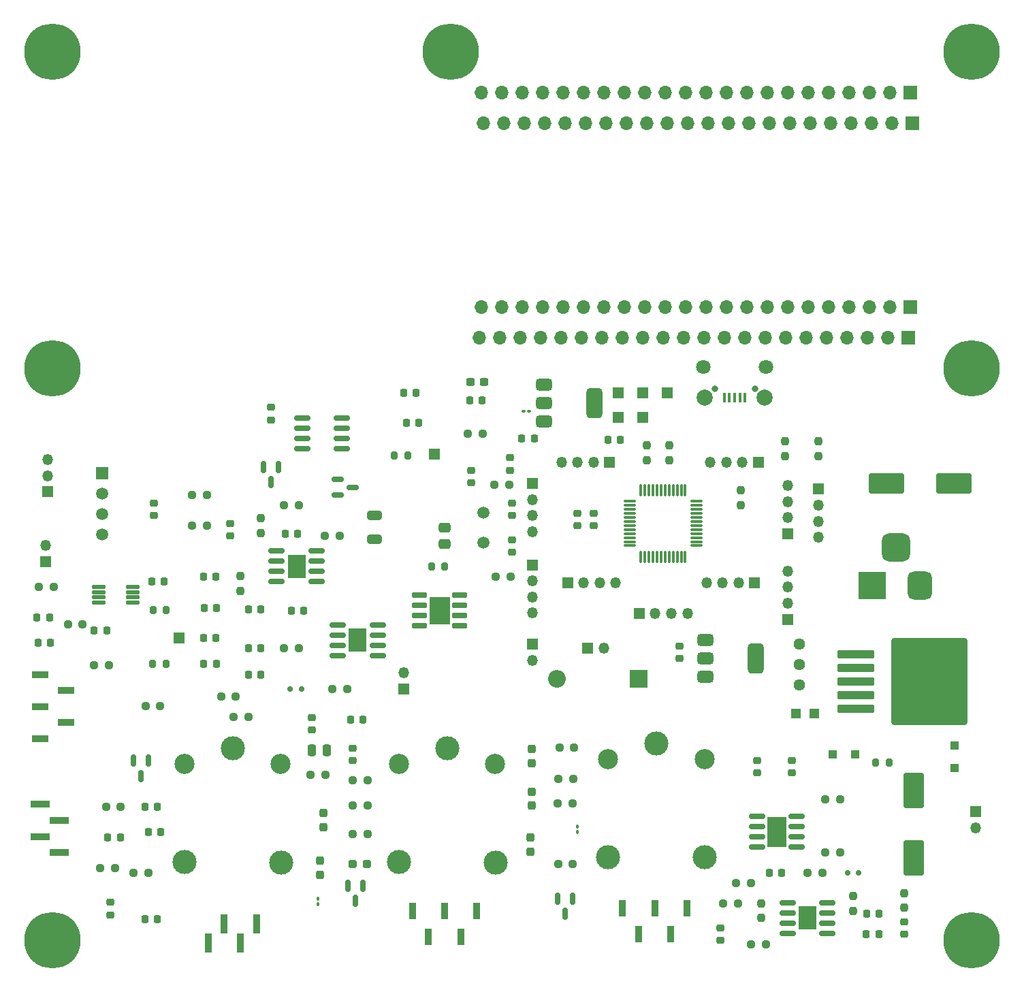
<source format=gbr>
%TF.GenerationSoftware,KiCad,Pcbnew,8.0.4*%
%TF.CreationDate,2024-10-02T08:39:37+07:00*%
%TF.ProjectId,Schematic_editted,53636865-6d61-4746-9963-5f6564697474,rev?*%
%TF.SameCoordinates,Original*%
%TF.FileFunction,Soldermask,Top*%
%TF.FilePolarity,Negative*%
%FSLAX46Y46*%
G04 Gerber Fmt 4.6, Leading zero omitted, Abs format (unit mm)*
G04 Created by KiCad (PCBNEW 8.0.4) date 2024-10-02 08:39:37*
%MOMM*%
%LPD*%
G01*
G04 APERTURE LIST*
G04 Aperture macros list*
%AMRoundRect*
0 Rectangle with rounded corners*
0 $1 Rounding radius*
0 $2 $3 $4 $5 $6 $7 $8 $9 X,Y pos of 4 corners*
0 Add a 4 corners polygon primitive as box body*
4,1,4,$2,$3,$4,$5,$6,$7,$8,$9,$2,$3,0*
0 Add four circle primitives for the rounded corners*
1,1,$1+$1,$2,$3*
1,1,$1+$1,$4,$5*
1,1,$1+$1,$6,$7*
1,1,$1+$1,$8,$9*
0 Add four rect primitives between the rounded corners*
20,1,$1+$1,$2,$3,$4,$5,0*
20,1,$1+$1,$4,$5,$6,$7,0*
20,1,$1+$1,$6,$7,$8,$9,0*
20,1,$1+$1,$8,$9,$2,$3,0*%
G04 Aperture macros list end*
%ADD10R,1.350000X1.350000*%
%ADD11O,1.350000X1.350000*%
%ADD12RoundRect,0.237500X-0.250000X-0.237500X0.250000X-0.237500X0.250000X0.237500X-0.250000X0.237500X0*%
%ADD13RoundRect,0.225000X0.250000X-0.225000X0.250000X0.225000X-0.250000X0.225000X-0.250000X-0.225000X0*%
%ADD14RoundRect,0.200000X-0.200000X-0.275000X0.200000X-0.275000X0.200000X0.275000X-0.200000X0.275000X0*%
%ADD15RoundRect,0.150000X-0.150000X0.587500X-0.150000X-0.587500X0.150000X-0.587500X0.150000X0.587500X0*%
%ADD16RoundRect,0.225000X-0.225000X-0.250000X0.225000X-0.250000X0.225000X0.250000X-0.225000X0.250000X0*%
%ADD17RoundRect,0.150000X-0.825000X-0.150000X0.825000X-0.150000X0.825000X0.150000X-0.825000X0.150000X0*%
%ADD18R,2.290000X3.000000*%
%ADD19R,1.500000X1.500000*%
%ADD20C,1.500000*%
%ADD21RoundRect,0.075000X-0.662500X-0.075000X0.662500X-0.075000X0.662500X0.075000X-0.662500X0.075000X0*%
%ADD22RoundRect,0.075000X-0.075000X-0.662500X0.075000X-0.662500X0.075000X0.662500X-0.075000X0.662500X0*%
%ADD23RoundRect,0.225000X-0.250000X0.225000X-0.250000X-0.225000X0.250000X-0.225000X0.250000X0.225000X0*%
%ADD24RoundRect,0.218750X-0.218750X-0.256250X0.218750X-0.256250X0.218750X0.256250X-0.218750X0.256250X0*%
%ADD25C,0.800000*%
%ADD26R,0.450000X1.300000*%
%ADD27C,1.800000*%
%ADD28C,2.000000*%
%ADD29RoundRect,0.237500X0.250000X0.237500X-0.250000X0.237500X-0.250000X-0.237500X0.250000X-0.237500X0*%
%ADD30RoundRect,0.237500X0.237500X-0.250000X0.237500X0.250000X-0.237500X0.250000X-0.237500X-0.250000X0*%
%ADD31RoundRect,0.237500X-0.237500X0.287500X-0.237500X-0.287500X0.237500X-0.287500X0.237500X0.287500X0*%
%ADD32RoundRect,0.237500X-0.237500X0.250000X-0.237500X-0.250000X0.237500X-0.250000X0.237500X0.250000X0*%
%ADD33R,1.700000X1.700000*%
%ADD34O,1.700000X1.700000*%
%ADD35RoundRect,0.218750X0.218750X0.256250X-0.218750X0.256250X-0.218750X-0.256250X0.218750X-0.256250X0*%
%ADD36RoundRect,0.150000X-0.587500X-0.150000X0.587500X-0.150000X0.587500X0.150000X-0.587500X0.150000X0*%
%ADD37R,2.200000X2.200000*%
%ADD38O,2.200000X2.200000*%
%ADD39R,0.900000X2.000000*%
%ADD40RoundRect,0.100000X-0.100000X0.130000X-0.100000X-0.130000X0.100000X-0.130000X0.100000X0.130000X0*%
%ADD41RoundRect,0.250000X1.000000X-1.950000X1.000000X1.950000X-1.000000X1.950000X-1.000000X-1.950000X0*%
%ADD42C,7.000000*%
%ADD43RoundRect,0.237500X0.287500X0.237500X-0.287500X0.237500X-0.287500X-0.237500X0.287500X-0.237500X0*%
%ADD44R,1.200000X1.250000*%
%ADD45C,3.000000*%
%ADD46C,2.500000*%
%ADD47RoundRect,0.225000X0.225000X0.250000X-0.225000X0.250000X-0.225000X-0.250000X0.225000X-0.250000X0*%
%ADD48RoundRect,0.100000X-0.130000X-0.100000X0.130000X-0.100000X0.130000X0.100000X-0.130000X0.100000X0*%
%ADD49RoundRect,0.200000X0.200000X0.275000X-0.200000X0.275000X-0.200000X-0.275000X0.200000X-0.275000X0*%
%ADD50RoundRect,0.250000X-0.250000X-0.475000X0.250000X-0.475000X0.250000X0.475000X-0.250000X0.475000X0*%
%ADD51R,0.850000X2.350000*%
%ADD52RoundRect,0.375000X-0.625000X-0.375000X0.625000X-0.375000X0.625000X0.375000X-0.625000X0.375000X0*%
%ADD53RoundRect,0.500000X-0.500000X-1.400000X0.500000X-1.400000X0.500000X1.400000X-0.500000X1.400000X0*%
%ADD54RoundRect,0.250000X-0.650000X0.325000X-0.650000X-0.325000X0.650000X-0.325000X0.650000X0.325000X0*%
%ADD55RoundRect,0.237500X0.300000X0.237500X-0.300000X0.237500X-0.300000X-0.237500X0.300000X-0.237500X0*%
%ADD56RoundRect,0.125000X0.687500X0.125000X-0.687500X0.125000X-0.687500X-0.125000X0.687500X-0.125000X0*%
%ADD57RoundRect,0.218750X-0.256250X0.218750X-0.256250X-0.218750X0.256250X-0.218750X0.256250X0.218750X0*%
%ADD58RoundRect,0.237500X0.237500X-0.287500X0.237500X0.287500X-0.237500X0.287500X-0.237500X-0.287500X0*%
%ADD59RoundRect,0.150000X-0.150000X-0.200000X0.150000X-0.200000X0.150000X0.200000X-0.150000X0.200000X0*%
%ADD60RoundRect,0.150000X-0.820000X-0.150000X0.820000X-0.150000X0.820000X0.150000X-0.820000X0.150000X0*%
%ADD61R,2.620000X3.510000*%
%ADD62R,2.350000X0.850000*%
%ADD63C,1.440000*%
%ADD64RoundRect,0.150000X0.150000X0.200000X-0.150000X0.200000X-0.150000X-0.200000X0.150000X-0.200000X0*%
%ADD65RoundRect,0.218750X0.256250X-0.218750X0.256250X0.218750X-0.256250X0.218750X-0.256250X-0.218750X0*%
%ADD66RoundRect,0.250000X-2.050000X-0.300000X2.050000X-0.300000X2.050000X0.300000X-2.050000X0.300000X0*%
%ADD67RoundRect,0.250002X-4.449998X-5.149998X4.449998X-5.149998X4.449998X5.149998X-4.449998X5.149998X0*%
%ADD68RoundRect,0.250000X0.300000X-0.300000X0.300000X0.300000X-0.300000X0.300000X-0.300000X-0.300000X0*%
%ADD69R,2.410000X3.810000*%
%ADD70RoundRect,0.250000X-0.300000X-0.300000X0.300000X-0.300000X0.300000X0.300000X-0.300000X0.300000X0*%
%ADD71RoundRect,0.250000X0.475000X-0.337500X0.475000X0.337500X-0.475000X0.337500X-0.475000X-0.337500X0*%
%ADD72R,2.000000X0.900000*%
%ADD73R,3.500000X3.500000*%
%ADD74RoundRect,0.750000X0.750000X1.000000X-0.750000X1.000000X-0.750000X-1.000000X0.750000X-1.000000X0*%
%ADD75RoundRect,0.875000X0.875000X0.875000X-0.875000X0.875000X-0.875000X-0.875000X0.875000X-0.875000X0*%
%ADD76RoundRect,0.250000X1.950000X1.000000X-1.950000X1.000000X-1.950000X-1.000000X1.950000X-1.000000X0*%
G04 APERTURE END LIST*
D10*
%TO.C,J26*%
X155496000Y-106680000D03*
D11*
X157496000Y-106680000D03*
X159496000Y-106680000D03*
X161496000Y-106680000D03*
%TD*%
D12*
%TO.C,R8*%
X167579000Y-140204000D03*
X169404000Y-140204000D03*
%TD*%
D13*
%TO.C,C4-1*%
X147812000Y-95771000D03*
X147812000Y-94221000D03*
%TD*%
D14*
%TO.C,R36*%
X95022900Y-112985400D03*
X96672900Y-112985400D03*
%TD*%
D15*
%TO.C,Q2*%
X121144000Y-140536500D03*
X119244000Y-140536500D03*
X120194000Y-142411500D03*
%TD*%
D16*
%TO.C,C14*%
X183729600Y-146554000D03*
X185279600Y-146554000D03*
%TD*%
D17*
%TO.C,U6*%
X110429000Y-98929000D03*
X110429000Y-100199000D03*
X110429000Y-101469000D03*
X110429000Y-102739000D03*
X115379000Y-102739000D03*
X115379000Y-101469000D03*
X115379000Y-100199000D03*
X115379000Y-98929000D03*
D18*
X112904000Y-100834000D03*
%TD*%
D10*
%TO.C,J24*%
X142224000Y-100632000D03*
D11*
X142224000Y-102632000D03*
X142224000Y-104632000D03*
X142224000Y-106632000D03*
%TD*%
D12*
%TO.C,RV2*%
X87710700Y-113087000D03*
X89535700Y-113087000D03*
%TD*%
D19*
%TO.C,U9*%
X88735900Y-89211000D03*
D20*
X88735900Y-91751000D03*
X88735900Y-94291000D03*
X88735900Y-96831000D03*
%TD*%
D21*
%TO.C,U4*%
X154317500Y-92754000D03*
X154317500Y-93254000D03*
X154317500Y-93754000D03*
X154317500Y-94254000D03*
X154317500Y-94754000D03*
X154317500Y-95254000D03*
X154317500Y-95754000D03*
X154317500Y-96254000D03*
X154317500Y-96754000D03*
X154317500Y-97254000D03*
X154317500Y-97754000D03*
X154317500Y-98254000D03*
D22*
X155730000Y-99666500D03*
X156230000Y-99666500D03*
X156730000Y-99666500D03*
X157230000Y-99666500D03*
X157730000Y-99666500D03*
X158230000Y-99666500D03*
X158730000Y-99666500D03*
X159230000Y-99666500D03*
X159730000Y-99666500D03*
X160230000Y-99666500D03*
X160730000Y-99666500D03*
X161230000Y-99666500D03*
D21*
X162642500Y-98254000D03*
X162642500Y-97754000D03*
X162642500Y-97254000D03*
X162642500Y-96754000D03*
X162642500Y-96254000D03*
X162642500Y-95754000D03*
X162642500Y-95254000D03*
X162642500Y-94754000D03*
X162642500Y-94254000D03*
X162642500Y-93754000D03*
X162642500Y-93254000D03*
X162642500Y-92754000D03*
D22*
X161230000Y-91341500D03*
X160730000Y-91341500D03*
X160230000Y-91341500D03*
X159730000Y-91341500D03*
X159230000Y-91341500D03*
X158730000Y-91341500D03*
X158230000Y-91341500D03*
X157730000Y-91341500D03*
X157230000Y-91341500D03*
X156730000Y-91341500D03*
X156230000Y-91341500D03*
X155730000Y-91341500D03*
%TD*%
D23*
%TO.C,C12*%
X188454000Y-145004000D03*
X188454000Y-146554000D03*
%TD*%
D24*
%TO.C,D7*%
X94036500Y-144664000D03*
X95611500Y-144664000D03*
%TD*%
D25*
%TO.C,J13*%
X169875000Y-78774000D03*
X164875000Y-78774000D03*
D26*
X168675000Y-79874000D03*
X168025000Y-79874000D03*
X167375000Y-79874000D03*
X166725000Y-79874000D03*
X166075000Y-79874000D03*
D27*
X171250000Y-76024000D03*
D28*
X171100000Y-79824000D03*
X163650000Y-79824000D03*
D27*
X163500000Y-76024000D03*
%TD*%
D10*
%TO.C,J23*%
X142224000Y-90520000D03*
D11*
X142224000Y-92520000D03*
X142224000Y-94520000D03*
X142224000Y-96520000D03*
%TD*%
D29*
%TO.C,R26*%
X121699000Y-130548800D03*
X119874000Y-130548800D03*
%TD*%
D30*
%TO.C,R2\u002C2*%
X177784000Y-87122000D03*
X177784000Y-85297000D03*
%TD*%
D23*
%TO.C,C3*%
X165594000Y-145779000D03*
X165594000Y-147329000D03*
%TD*%
D10*
%TO.C,J21*%
X170322000Y-87884000D03*
D11*
X168322000Y-87884000D03*
X166322000Y-87884000D03*
X164322000Y-87884000D03*
%TD*%
D13*
%TO.C,C2-1*%
X139684000Y-99086000D03*
X139684000Y-97536000D03*
%TD*%
D31*
%TO.C,D17*%
X142007000Y-134576000D03*
X142007000Y-136326000D03*
%TD*%
D10*
%TO.C,J31*%
X130034000Y-86864000D03*
%TD*%
D32*
%TO.C,R23*%
X108444000Y-94841500D03*
X108444000Y-96666500D03*
%TD*%
D29*
%TO.C,R3\u002C1*%
X139326500Y-90678000D03*
X137501500Y-90678000D03*
%TD*%
D14*
%TO.C,R27*%
X184933063Y-125249763D03*
X186583063Y-125249763D03*
%TD*%
D33*
%TO.C,J4*%
X189230000Y-41910000D03*
D34*
X186690000Y-41910000D03*
X184150000Y-41910000D03*
X181610000Y-41910000D03*
X179070000Y-41910000D03*
X176530000Y-41910000D03*
X173990000Y-41910000D03*
X171450000Y-41910000D03*
X168910000Y-41910000D03*
X166370000Y-41910000D03*
X163830000Y-41910000D03*
X161290000Y-41910000D03*
X158750000Y-41910000D03*
X156210000Y-41910000D03*
X153670000Y-41910000D03*
X151130000Y-41910000D03*
X148590000Y-41910000D03*
X146050000Y-41910000D03*
X143510000Y-41910000D03*
X140970000Y-41910000D03*
X138430000Y-41910000D03*
X135890000Y-41910000D03*
%TD*%
D10*
%TO.C,J12*%
X155940000Y-79248000D03*
%TD*%
%TO.C,J28*%
X173974000Y-96774000D03*
D11*
X173974000Y-94774000D03*
X173974000Y-92774000D03*
X173974000Y-90774000D03*
%TD*%
D10*
%TO.C,OP_AMP_3*%
X126224000Y-116074000D03*
D11*
X126224000Y-114074000D03*
%TD*%
D14*
%TO.C,R34*%
X95036100Y-106279800D03*
X96686100Y-106279800D03*
%TD*%
D29*
%TO.C,R4\u002C1*%
X136024500Y-84328000D03*
X134199500Y-84328000D03*
%TD*%
D13*
%TO.C,C17*%
X104634000Y-97024000D03*
X104634000Y-95474000D03*
%TD*%
D10*
%TO.C,J14*%
X152892000Y-82296000D03*
%TD*%
D29*
%TO.C,R3*%
X139479000Y-102104000D03*
X137654000Y-102104000D03*
%TD*%
D35*
%TO.C,POWER_LED1*%
X90969000Y-134504000D03*
X89394000Y-134504000D03*
%TD*%
D23*
%TO.C,C33*%
X114794000Y-119604000D03*
X114794000Y-121154000D03*
%TD*%
D13*
%TO.C,C11*%
X174484000Y-126514000D03*
X174484000Y-124964000D03*
%TD*%
D36*
%TO.C,Q5*%
X117999000Y-90044000D03*
X117999000Y-91944000D03*
X119874000Y-90994000D03*
%TD*%
D37*
%TO.C,D18*%
X155434000Y-114804000D03*
D38*
X145274000Y-114804000D03*
%TD*%
D10*
%TO.C,J16*%
X177784000Y-91218000D03*
D11*
X177784000Y-93218000D03*
X177784000Y-95218000D03*
X177784000Y-97218000D03*
%TD*%
D39*
%TO.C,J8*%
X161434000Y-143354000D03*
X159434000Y-146554000D03*
X157434000Y-143354000D03*
X155434000Y-146554000D03*
X153434000Y-143354000D03*
%TD*%
D10*
%TO.C,J39*%
X142240000Y-110490000D03*
D11*
X142240000Y-112490000D03*
%TD*%
D12*
%TO.C,R17*%
X92649000Y-138934000D03*
X94474000Y-138934000D03*
%TD*%
D40*
%TO.C,POWER_LED2*%
X115591726Y-142188526D03*
X115591726Y-142828526D03*
%TD*%
D12*
%TO.C,R21*%
X111341500Y-93214000D03*
X113166500Y-93214000D03*
%TD*%
D10*
%TO.C,J15*%
X152892000Y-79248000D03*
%TD*%
D13*
%TO.C,D2*%
X134604000Y-90437000D03*
X134604000Y-88887000D03*
%TD*%
D41*
%TO.C,C30*%
X189631063Y-137069763D03*
X189631063Y-128669763D03*
%TD*%
D29*
%TO.C,R28*%
X121699000Y-127424600D03*
X119874000Y-127424600D03*
%TD*%
D42*
%TO.C,H3*%
X132080000Y-36830000D03*
%TD*%
D10*
%TO.C,J17*%
X149084000Y-110994000D03*
D11*
X151084000Y-110994000D03*
%TD*%
D43*
%TO.C,D13*%
X121624000Y-137813200D03*
X119874000Y-137813200D03*
%TD*%
D44*
%TO.C,L1*%
X177319063Y-119153763D03*
X175019063Y-119153763D03*
%TD*%
D45*
%TO.C,K3*%
X157674000Y-122814000D03*
D46*
X151624000Y-124764000D03*
D45*
X151624000Y-136964000D03*
X163674000Y-137014000D03*
D46*
X163624000Y-124764000D03*
%TD*%
D31*
%TO.C,D16*%
X142134000Y-123552400D03*
X142134000Y-125302400D03*
%TD*%
D42*
%TO.C,H4*%
X82550000Y-76200000D03*
%TD*%
D30*
%TO.C,R6*%
X188454000Y-143299000D03*
X188454000Y-141474000D03*
%TD*%
D13*
%TO.C,C38*%
X95111300Y-94481800D03*
X95111300Y-92931800D03*
%TD*%
D47*
%TO.C,C22*%
X113029000Y-96754000D03*
X111479000Y-96754000D03*
%TD*%
D48*
%TO.C,104\u002C1*%
X141142000Y-81534000D03*
X141782000Y-81534000D03*
%TD*%
D29*
%TO.C,R38*%
X147413400Y-123386000D03*
X145588400Y-123386000D03*
%TD*%
D49*
%TO.C,R31*%
X131304000Y-100834000D03*
X129654000Y-100834000D03*
%TD*%
D47*
%TO.C,C15*%
X127774000Y-79244000D03*
X126224000Y-79244000D03*
%TD*%
D50*
%TO.C,C29*%
X114794000Y-123694000D03*
X116694000Y-123694000D03*
%TD*%
D29*
%TO.C,R1*%
X105322100Y-116973200D03*
X103497100Y-116973200D03*
%TD*%
D47*
%TO.C,C10*%
X185355800Y-144014000D03*
X183805800Y-144014000D03*
%TD*%
D20*
%TO.C,Y1*%
X136128000Y-94112000D03*
X136128000Y-97912000D03*
%TD*%
D16*
%TO.C,D1*%
X80734600Y-110312200D03*
X82284600Y-110312200D03*
%TD*%
D51*
%TO.C,J6*%
X107904000Y-145284000D03*
X105904000Y-147634000D03*
X103904000Y-145284000D03*
X101904000Y-147634000D03*
%TD*%
D52*
%TO.C,U1*%
X143646000Y-78218000D03*
X143646000Y-80518000D03*
D53*
X149946000Y-80518000D03*
D52*
X143646000Y-82818000D03*
%TD*%
D47*
%TO.C,C13*%
X128103600Y-82940000D03*
X126553600Y-82940000D03*
%TD*%
D10*
%TO.C,J25*%
X146590000Y-102870000D03*
D11*
X148590000Y-102870000D03*
X150590000Y-102870000D03*
X152590000Y-102870000D03*
%TD*%
D15*
%TO.C,Q1*%
X94504000Y-125009000D03*
X92604000Y-125009000D03*
X93554000Y-126884000D03*
%TD*%
D17*
%TO.C,U7*%
X118019000Y-108089000D03*
X118019000Y-109359000D03*
X118019000Y-110629000D03*
X118019000Y-111899000D03*
X122969000Y-111899000D03*
X122969000Y-110629000D03*
X122969000Y-109359000D03*
X122969000Y-108089000D03*
D18*
X120494000Y-109994000D03*
%TD*%
D12*
%TO.C,R19*%
X99911500Y-95754000D03*
X101736500Y-95754000D03*
%TD*%
D23*
%TO.C,C1-1*%
X139684000Y-92964000D03*
X139684000Y-94514000D03*
%TD*%
D47*
%TO.C,C5*%
X135974500Y-80189500D03*
X134424500Y-80189500D03*
%TD*%
D54*
%TO.C,C31*%
X122617600Y-94507600D03*
X122617600Y-97457600D03*
%TD*%
D10*
%TO.C,J1*%
X81674700Y-100244000D03*
D11*
X81674700Y-98244000D03*
%TD*%
D10*
%TO.C,J22*%
X151828000Y-87884000D03*
D11*
X149828000Y-87884000D03*
X147828000Y-87884000D03*
X145828000Y-87884000D03*
%TD*%
D42*
%TO.C,H7*%
X82550000Y-76200000D03*
%TD*%
D33*
%TO.C,J18*%
X189480000Y-45720000D03*
D34*
X186940000Y-45720000D03*
X184400000Y-45720000D03*
X181860000Y-45720000D03*
X179320000Y-45720000D03*
X176780000Y-45720000D03*
X174240000Y-45720000D03*
X171700000Y-45720000D03*
X169160000Y-45720000D03*
X166620000Y-45720000D03*
X164080000Y-45720000D03*
X161540000Y-45720000D03*
X159000000Y-45720000D03*
X156460000Y-45720000D03*
X153920000Y-45720000D03*
X151380000Y-45720000D03*
X148840000Y-45720000D03*
X146300000Y-45720000D03*
X143760000Y-45720000D03*
X141220000Y-45720000D03*
X138680000Y-45720000D03*
X136140000Y-45720000D03*
%TD*%
D10*
%TO.C,J3*%
X81979500Y-91547800D03*
D11*
X81979500Y-89547800D03*
X81979500Y-87547800D03*
%TD*%
D10*
%TO.C,J32*%
X98284000Y-109724000D03*
%TD*%
D16*
%TO.C,C27*%
X106894000Y-114296000D03*
X108444000Y-114296000D03*
%TD*%
D55*
%TO.C,104\u002C3*%
X136217826Y-77907426D03*
X134492826Y-77907426D03*
%TD*%
D56*
%TO.C,U2*%
X92499400Y-105324400D03*
X92499400Y-104674400D03*
X92499400Y-104024400D03*
X92499400Y-103374400D03*
X88274400Y-103374400D03*
X88274400Y-104024400D03*
X88274400Y-104674400D03*
X88274400Y-105324400D03*
%TD*%
D16*
%TO.C,C26*%
X106894000Y-110994000D03*
X108444000Y-110994000D03*
%TD*%
D32*
%TO.C,R16*%
X105904000Y-102036200D03*
X105904000Y-103861200D03*
%TD*%
D42*
%TO.C,H1*%
X82550000Y-36830000D03*
%TD*%
D12*
%TO.C,R30*%
X178662063Y-129821763D03*
X180487063Y-129821763D03*
%TD*%
D30*
%TO.C,R3\u002C4*%
X159242000Y-87630000D03*
X159242000Y-85805000D03*
%TD*%
D57*
%TO.C,D8*%
X89744000Y-142606500D03*
X89744000Y-144181500D03*
%TD*%
D52*
%TO.C,U11*%
X163714000Y-109964000D03*
X163714000Y-112264000D03*
D53*
X170014000Y-112264000D03*
D52*
X163714000Y-114564000D03*
%TD*%
D58*
%TO.C,D15*%
X142108600Y-130574200D03*
X142108600Y-128824200D03*
%TD*%
D32*
%TO.C,R9*%
X182104000Y-141831500D03*
X182104000Y-143656500D03*
%TD*%
D13*
%TO.C,C37*%
X109753600Y-82609800D03*
X109753600Y-81059800D03*
%TD*%
D23*
%TO.C,C16*%
X170150652Y-124939252D03*
X170150652Y-126489252D03*
%TD*%
D10*
%TO.C,J20*%
X173974000Y-107410000D03*
D11*
X173974000Y-105410000D03*
X173974000Y-103410000D03*
X173974000Y-101410000D03*
%TD*%
D16*
%TO.C,C6*%
X87732300Y-108794400D03*
X89282300Y-108794400D03*
%TD*%
D15*
%TO.C,Q3*%
X147234400Y-142156600D03*
X145334400Y-142156600D03*
X146284400Y-144031600D03*
%TD*%
D35*
%TO.C,SW1*%
X142476200Y-84912200D03*
X140901200Y-84912200D03*
%TD*%
D59*
%TO.C,D5*%
X182804000Y-138934000D03*
X181404000Y-138934000D03*
%TD*%
D58*
%TO.C,D10*%
X115794926Y-139189126D03*
X115794926Y-137439126D03*
%TD*%
D42*
%TO.C,H6*%
X196850000Y-147320000D03*
%TD*%
D29*
%TO.C,R12*%
X180476500Y-136394000D03*
X178651500Y-136394000D03*
%TD*%
D12*
%TO.C,R7*%
X80861500Y-103374000D03*
X82686500Y-103374000D03*
%TD*%
D29*
%TO.C,R29*%
X116451526Y-126731726D03*
X114626526Y-126731726D03*
%TD*%
D14*
%TO.C,R32*%
X125044400Y-87041800D03*
X126694400Y-87041800D03*
%TD*%
D29*
%TO.C,R5*%
X171229000Y-147824000D03*
X169404000Y-147824000D03*
%TD*%
D30*
%TO.C,R2\u002C1*%
X168132000Y-93218000D03*
X168132000Y-91393000D03*
%TD*%
D16*
%TO.C,C19*%
X112254000Y-106331500D03*
X113804000Y-106331500D03*
%TD*%
D10*
%TO.C,J30*%
X158988000Y-79248000D03*
%TD*%
D29*
%TO.C,R37*%
X147290200Y-127272200D03*
X145465200Y-127272200D03*
%TD*%
D12*
%TO.C,R20*%
X116421500Y-97024000D03*
X118246500Y-97024000D03*
%TD*%
D60*
%TO.C,U10*%
X128209000Y-104404000D03*
X128209000Y-105674000D03*
X128209000Y-106944000D03*
X128209000Y-108214000D03*
X133169000Y-108214000D03*
X133169000Y-106944000D03*
X133169000Y-105674000D03*
X133169000Y-104404000D03*
D61*
X130689000Y-106309000D03*
%TD*%
D12*
%TO.C,RV3*%
X99911500Y-91944000D03*
X101736500Y-91944000D03*
%TD*%
%TO.C,R15*%
X88481500Y-138314000D03*
X90306500Y-138314000D03*
%TD*%
%TO.C,R2*%
X176469000Y-138934000D03*
X178294000Y-138934000D03*
%TD*%
D15*
%TO.C,Q4*%
X110664000Y-88466500D03*
X108764000Y-88466500D03*
X109714000Y-90341500D03*
%TD*%
D16*
%TO.C,C21*%
X101319000Y-109724000D03*
X102869000Y-109724000D03*
%TD*%
D10*
%TO.C,J11*%
X197344000Y-131314000D03*
D11*
X197344000Y-133314000D03*
%TD*%
D33*
%TO.C,J19*%
X189230000Y-68580000D03*
D34*
X186690000Y-68580000D03*
X184150000Y-68580000D03*
X181610000Y-68580000D03*
X179070000Y-68580000D03*
X176530000Y-68580000D03*
X173990000Y-68580000D03*
X171450000Y-68580000D03*
X168910000Y-68580000D03*
X166370000Y-68580000D03*
X163830000Y-68580000D03*
X161290000Y-68580000D03*
X158750000Y-68580000D03*
X156210000Y-68580000D03*
X153670000Y-68580000D03*
X151130000Y-68580000D03*
X148590000Y-68580000D03*
X146050000Y-68580000D03*
X143510000Y-68580000D03*
X140970000Y-68580000D03*
X138430000Y-68580000D03*
X135890000Y-68580000D03*
%TD*%
D62*
%TO.C,J2*%
X81001100Y-130429600D03*
X83351100Y-132429600D03*
X81001100Y-134429600D03*
X83351100Y-136429600D03*
%TD*%
D63*
%TO.C,RV4*%
X175407063Y-110517763D03*
X175407063Y-113057763D03*
X175407063Y-115597763D03*
%TD*%
D30*
%TO.C,RV1*%
X170674000Y-144569000D03*
X170674000Y-142744000D03*
%TD*%
D40*
%TO.C,POWER_LED3*%
X147814000Y-133214000D03*
X147814000Y-133854000D03*
%TD*%
D16*
%TO.C,C4*%
X119594000Y-119884000D03*
X121144000Y-119884000D03*
%TD*%
D64*
%TO.C,D9*%
X112124000Y-116074000D03*
X113524000Y-116074000D03*
%TD*%
D10*
%TO.C,J27*%
X169862000Y-102870000D03*
D11*
X167862000Y-102870000D03*
X165862000Y-102870000D03*
X163862000Y-102870000D03*
%TD*%
D24*
%TO.C,D4*%
X80582400Y-107184000D03*
X82157400Y-107184000D03*
%TD*%
D16*
%TO.C,C8*%
X94474000Y-133854000D03*
X96024000Y-133854000D03*
%TD*%
%TO.C,C20*%
X101395800Y-105964800D03*
X102945800Y-105964800D03*
%TD*%
D12*
%TO.C,R13*%
X89189000Y-130694000D03*
X91014000Y-130694000D03*
%TD*%
D42*
%TO.C,H2*%
X196850000Y-36830000D03*
%TD*%
%TO.C,H8*%
X196850000Y-76200000D03*
%TD*%
D29*
%TO.C,R22*%
X113166500Y-110994000D03*
X111341500Y-110994000D03*
%TD*%
D30*
%TO.C,R3\u002C3*%
X173671100Y-87122000D03*
X173671100Y-85297000D03*
%TD*%
D16*
%TO.C,C7*%
X171664000Y-138934000D03*
X173214000Y-138934000D03*
%TD*%
D12*
%TO.C,R18*%
X105084800Y-119527900D03*
X106909800Y-119527900D03*
%TD*%
D29*
%TO.C,R33*%
X147262900Y-137813200D03*
X145437900Y-137813200D03*
%TD*%
D17*
%TO.C,Q6*%
X113589000Y-82419000D03*
X113589000Y-83689000D03*
X113589000Y-84959000D03*
X113589000Y-86229000D03*
X118539000Y-86229000D03*
X118539000Y-84959000D03*
X118539000Y-83689000D03*
X118539000Y-82419000D03*
%TD*%
D13*
%TO.C,C32*%
X160514000Y-112264000D03*
X160514000Y-110714000D03*
%TD*%
D23*
%TO.C,C36*%
X119874000Y-123414000D03*
X119874000Y-124964000D03*
%TD*%
D65*
%TO.C,D3*%
X139430000Y-88900000D03*
X139430000Y-87325000D03*
%TD*%
D12*
%TO.C,R4*%
X84443300Y-108032400D03*
X86268300Y-108032400D03*
%TD*%
D66*
%TO.C,U8*%
X182423237Y-111753237D03*
X182423237Y-113453237D03*
X182423237Y-115153237D03*
D67*
X191573237Y-115153237D03*
D66*
X182423237Y-116853237D03*
X182423237Y-118553237D03*
%TD*%
D17*
%TO.C,U3*%
X173979000Y-142629000D03*
X173979000Y-143899000D03*
X173979000Y-145169000D03*
X173979000Y-146439000D03*
X178929000Y-146439000D03*
X178929000Y-145169000D03*
X178929000Y-143899000D03*
X178929000Y-142629000D03*
D18*
X176454000Y-144534000D03*
%TD*%
D68*
%TO.C,D11*%
X194711063Y-125887763D03*
X194711063Y-123087763D03*
%TD*%
D17*
%TO.C,U5*%
X170169000Y-131949000D03*
X170169000Y-133219000D03*
X170169000Y-134489000D03*
X170169000Y-135759000D03*
X175119000Y-135759000D03*
X175119000Y-134489000D03*
X175119000Y-133219000D03*
X175119000Y-131949000D03*
D69*
X172644000Y-133854000D03*
%TD*%
D24*
%TO.C,D19*%
X94882500Y-102673000D03*
X96457500Y-102673000D03*
%TD*%
D70*
%TO.C,D14*%
X179595063Y-124233763D03*
X182395063Y-124233763D03*
%TD*%
D32*
%TO.C,R14*%
X156448000Y-85805000D03*
X156448000Y-87630000D03*
%TD*%
D71*
%TO.C,C28*%
X131304000Y-98061500D03*
X131304000Y-95986500D03*
%TD*%
D29*
%TO.C,R11*%
X95922000Y-118214600D03*
X94097000Y-118214600D03*
%TD*%
D72*
%TO.C,J7*%
X80989100Y-114268600D03*
X84189100Y-116268600D03*
X80989100Y-118268600D03*
X84189100Y-120268600D03*
X80989100Y-122268600D03*
%TD*%
D29*
%TO.C,R10*%
X167776500Y-142744000D03*
X165951500Y-142744000D03*
%TD*%
D58*
%TO.C,D12*%
X116226726Y-133259526D03*
X116226726Y-131509526D03*
%TD*%
D42*
%TO.C,H5*%
X82550000Y-147320000D03*
%TD*%
D33*
%TO.C,J5*%
X188970000Y-72390000D03*
D34*
X186430000Y-72390000D03*
X183890000Y-72390000D03*
X181350000Y-72390000D03*
X178810000Y-72390000D03*
X176270000Y-72390000D03*
X173730000Y-72390000D03*
X171190000Y-72390000D03*
X168650000Y-72390000D03*
X166110000Y-72390000D03*
X163570000Y-72390000D03*
X161030000Y-72390000D03*
X158490000Y-72390000D03*
X155950000Y-72390000D03*
X153410000Y-72390000D03*
X150870000Y-72390000D03*
X148330000Y-72390000D03*
X145790000Y-72390000D03*
X143250000Y-72390000D03*
X140710000Y-72390000D03*
X138170000Y-72390000D03*
X135630000Y-72390000D03*
%TD*%
D29*
%TO.C,R35*%
X147188600Y-130345600D03*
X145363600Y-130345600D03*
%TD*%
D73*
%TO.C,J37*%
X184442237Y-103175737D03*
D74*
X190442237Y-103175737D03*
D75*
X187442237Y-98475737D03*
%TD*%
D45*
%TO.C,K1*%
X104984000Y-123464000D03*
D46*
X98934000Y-125414000D03*
D45*
X98934000Y-137614000D03*
X110984000Y-137664000D03*
D46*
X110934000Y-125414000D03*
%TD*%
D47*
%TO.C,C23*%
X102920400Y-112949800D03*
X101370400Y-112949800D03*
%TD*%
%TO.C,C18*%
X102869000Y-102104000D03*
X101319000Y-102104000D03*
%TD*%
D39*
%TO.C,J9*%
X135304000Y-143684000D03*
X133304000Y-146884000D03*
X131304000Y-143684000D03*
X129304000Y-146884000D03*
X127304000Y-143684000D03*
%TD*%
D29*
%TO.C,R24*%
X119159000Y-116074000D03*
X117334000Y-116074000D03*
%TD*%
D13*
%TO.C,C3-1*%
X149844000Y-95771000D03*
X149844000Y-94221000D03*
%TD*%
D10*
%TO.C,J29*%
X155940000Y-82296000D03*
%TD*%
D76*
%TO.C,C25*%
X194642237Y-90534237D03*
X186242237Y-90534237D03*
%TD*%
D45*
%TO.C,K2*%
X131654000Y-123464000D03*
D46*
X125604000Y-125414000D03*
D45*
X125604000Y-137614000D03*
X137654000Y-137664000D03*
D46*
X137604000Y-125414000D03*
%TD*%
D16*
%TO.C,104\u002C5*%
X151622000Y-85090000D03*
X153172000Y-85090000D03*
%TD*%
D35*
%TO.C,D6*%
X95611500Y-130694000D03*
X94036500Y-130694000D03*
%TD*%
D16*
%TO.C,C24*%
X106894000Y-106214800D03*
X108444000Y-106214800D03*
%TD*%
D29*
%TO.C,R25*%
X121699000Y-134104800D03*
X119874000Y-134104800D03*
%TD*%
M02*

</source>
